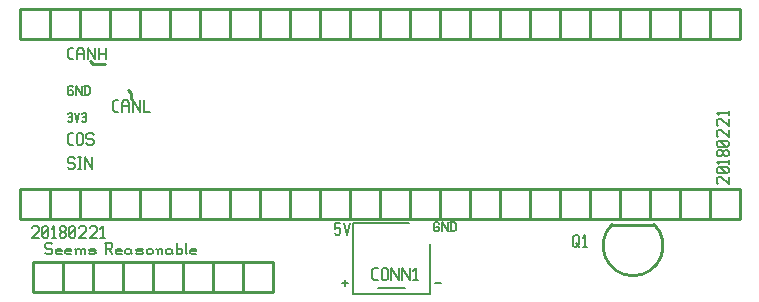
<source format=gbr>
G04 start of page 8 for group -4079 idx -4079 *
G04 Title: simple, topsilk *
G04 Creator: pcb 20140316 *
G04 CreationDate: Wed 21 Feb 2018 06:48:06 PM GMT UTC *
G04 For: brian *
G04 Format: Gerber/RS-274X *
G04 PCB-Dimensions (mil): 6000.00 5000.00 *
G04 PCB-Coordinate-Origin: lower left *
%MOIN*%
%FSLAX25Y25*%
%LNTOPSILK*%
%ADD77C,0.0080*%
%ADD76C,0.0100*%
G54D76*X161500Y395500D02*X157500D01*
X156500Y396500D01*
X170000Y386000D02*Y384000D01*
X169000Y387000D02*X170000Y386000D01*
G54D77*X365970Y355500D02*X365480Y355990D01*
Y357460D02*Y355990D01*
Y357460D02*X365970Y357950D01*
X366950D01*
X369400Y355500D02*X366950Y357950D01*
X369400D02*Y355500D01*
X368910Y359126D02*X369400Y359616D01*
X365970Y359126D02*X368910D01*
X365970D02*X365480Y359616D01*
Y360596D02*Y359616D01*
Y360596D02*X365970Y361086D01*
X368910D01*
X369400Y360596D02*X368910Y361086D01*
X369400Y360596D02*Y359616D01*
X368420Y359126D02*X366460Y361086D01*
X366264Y362262D02*X365480Y363046D01*
X369400D01*
Y363732D02*Y362262D01*
X368910Y364908D02*X369400Y365398D01*
X368126Y364908D02*X368910D01*
X368126D02*X367440Y365594D01*
Y366182D02*Y365594D01*
Y366182D02*X368126Y366868D01*
X368910D01*
X369400Y366378D02*X368910Y366868D01*
X369400Y366378D02*Y365398D01*
X366754Y364908D02*X367440Y365594D01*
X365970Y364908D02*X366754D01*
X365970D02*X365480Y365398D01*
Y366378D02*Y365398D01*
Y366378D02*X365970Y366868D01*
X366754D01*
X367440Y366182D02*X366754Y366868D01*
X368910Y368044D02*X369400Y368534D01*
X365970Y368044D02*X368910D01*
X365970D02*X365480Y368534D01*
Y369514D02*Y368534D01*
Y369514D02*X365970Y370004D01*
X368910D01*
X369400Y369514D02*X368910Y370004D01*
X369400Y369514D02*Y368534D01*
X368420Y368044D02*X366460Y370004D01*
X365970Y371180D02*X365480Y371670D01*
Y373140D02*Y371670D01*
Y373140D02*X365970Y373630D01*
X366950D01*
X369400Y371180D02*X366950Y373630D01*
X369400D02*Y371180D01*
X365970Y374806D02*X365480Y375296D01*
Y376766D02*Y375296D01*
Y376766D02*X365970Y377256D01*
X366950D01*
X369400Y374806D02*X366950Y377256D01*
X369400D02*Y374806D01*
X366264Y378432D02*X365480Y379216D01*
X369400D01*
Y379902D02*Y378432D01*
X238000Y342520D02*X239960D01*
X238000D02*Y340560D01*
X238490Y341050D01*
X239470D01*
X239960Y340560D01*
Y339090D01*
X239470Y338600D02*X239960Y339090D01*
X238490Y338600D02*X239470D01*
X238000Y339090D02*X238490Y338600D01*
X241136Y342520D02*X242116Y338600D01*
X243096Y342520D01*
X272500Y342750D02*X272875Y342375D01*
X271375Y342750D02*X272500D01*
X271000Y342375D02*X271375Y342750D01*
X271000Y342375D02*Y340125D01*
X271375Y339750D01*
X272500D01*
X272875Y340125D01*
Y340875D02*Y340125D01*
X272500Y341250D02*X272875Y340875D01*
X271750Y341250D02*X272500D01*
X273775Y342750D02*Y339750D01*
Y342750D02*X275650Y339750D01*
Y342750D02*Y339750D01*
X276925Y342750D02*Y339750D01*
X277900Y342750D02*X278425Y342225D01*
Y340275D01*
X277900Y339750D02*X278425Y340275D01*
X276550Y339750D02*X277900D01*
X276550Y342750D02*X277900D01*
X240500Y322560D02*X242460D01*
X241480Y323540D02*Y321580D01*
X271500Y322560D02*X273460D01*
X143460Y336020D02*X143950Y335530D01*
X141990Y336020D02*X143460D01*
X141500Y335530D02*X141990Y336020D01*
X141500Y335530D02*Y334550D01*
X141990Y334060D01*
X143460D01*
X143950Y333570D01*
Y332590D01*
X143460Y332100D02*X143950Y332590D01*
X141990Y332100D02*X143460D01*
X141500Y332590D02*X141990Y332100D01*
X145616D02*X147086D01*
X145126Y332590D02*X145616Y332100D01*
X145126Y333570D02*Y332590D01*
Y333570D02*X145616Y334060D01*
X146596D01*
X147086Y333570D01*
X145126Y333080D02*X147086D01*
Y333570D02*Y333080D01*
X148752Y332100D02*X150222D01*
X148262Y332590D02*X148752Y332100D01*
X148262Y333570D02*Y332590D01*
Y333570D02*X148752Y334060D01*
X149732D01*
X150222Y333570D01*
X148262Y333080D02*X150222D01*
Y333570D02*Y333080D01*
X151888Y333570D02*Y332100D01*
Y333570D02*X152378Y334060D01*
X152868D01*
X153358Y333570D01*
Y332100D01*
Y333570D02*X153848Y334060D01*
X154338D01*
X154828Y333570D01*
Y332100D01*
X151398Y334060D02*X151888Y333570D01*
X156494Y332100D02*X157964D01*
X158454Y332590D01*
X157964Y333080D02*X158454Y332590D01*
X156494Y333080D02*X157964D01*
X156004Y333570D02*X156494Y333080D01*
X156004Y333570D02*X156494Y334060D01*
X157964D01*
X158454Y333570D01*
X156004Y332590D02*X156494Y332100D01*
X161394Y336020D02*X163354D01*
X163844Y335530D01*
Y334550D01*
X163354Y334060D02*X163844Y334550D01*
X161884Y334060D02*X163354D01*
X161884Y336020D02*Y332100D01*
X162668Y334060D02*X163844Y332100D01*
X165510D02*X166980D01*
X165020Y332590D02*X165510Y332100D01*
X165020Y333570D02*Y332590D01*
Y333570D02*X165510Y334060D01*
X166490D01*
X166980Y333570D01*
X165020Y333080D02*X166980D01*
Y333570D02*Y333080D01*
X169626Y334060D02*X170116Y333570D01*
X168646Y334060D02*X169626D01*
X168156Y333570D02*X168646Y334060D01*
X168156Y333570D02*Y332590D01*
X168646Y332100D01*
X170116Y334060D02*Y332590D01*
X170606Y332100D01*
X168646D02*X169626D01*
X170116Y332590D01*
X172272Y332100D02*X173742D01*
X174232Y332590D01*
X173742Y333080D02*X174232Y332590D01*
X172272Y333080D02*X173742D01*
X171782Y333570D02*X172272Y333080D01*
X171782Y333570D02*X172272Y334060D01*
X173742D01*
X174232Y333570D01*
X171782Y332590D02*X172272Y332100D01*
X175408Y333570D02*Y332590D01*
Y333570D02*X175898Y334060D01*
X176878D01*
X177368Y333570D01*
Y332590D01*
X176878Y332100D02*X177368Y332590D01*
X175898Y332100D02*X176878D01*
X175408Y332590D02*X175898Y332100D01*
X179034Y333570D02*Y332100D01*
Y333570D02*X179524Y334060D01*
X180014D01*
X180504Y333570D01*
Y332100D01*
X178544Y334060D02*X179034Y333570D01*
X183150Y334060D02*X183640Y333570D01*
X182170Y334060D02*X183150D01*
X181680Y333570D02*X182170Y334060D01*
X181680Y333570D02*Y332590D01*
X182170Y332100D01*
X183640Y334060D02*Y332590D01*
X184130Y332100D01*
X182170D02*X183150D01*
X183640Y332590D01*
X185306Y336020D02*Y332100D01*
Y332590D02*X185796Y332100D01*
X186776D01*
X187266Y332590D01*
Y333570D02*Y332590D01*
X186776Y334060D02*X187266Y333570D01*
X185796Y334060D02*X186776D01*
X185306Y333570D02*X185796Y334060D01*
X188442Y336020D02*Y332590D01*
X188932Y332100D01*
X190402D02*X191872D01*
X189912Y332590D02*X190402Y332100D01*
X189912Y333570D02*Y332590D01*
Y333570D02*X190402Y334060D01*
X191382D01*
X191872Y333570D01*
X189912Y333080D02*X191872D01*
Y333570D02*Y333080D01*
X137000Y341030D02*X137490Y341520D01*
X138960D01*
X139450Y341030D01*
Y340050D01*
X137000Y337600D02*X139450Y340050D01*
X137000Y337600D02*X139450D01*
X140626Y338090D02*X141116Y337600D01*
X140626Y341030D02*Y338090D01*
Y341030D02*X141116Y341520D01*
X142096D01*
X142586Y341030D01*
Y338090D01*
X142096Y337600D02*X142586Y338090D01*
X141116Y337600D02*X142096D01*
X140626Y338580D02*X142586Y340540D01*
X143762Y340736D02*X144546Y341520D01*
Y337600D01*
X143762D02*X145232D01*
X146408Y338090D02*X146898Y337600D01*
X146408Y338874D02*Y338090D01*
Y338874D02*X147094Y339560D01*
X147682D01*
X148368Y338874D01*
Y338090D01*
X147878Y337600D02*X148368Y338090D01*
X146898Y337600D02*X147878D01*
X146408Y340246D02*X147094Y339560D01*
X146408Y341030D02*Y340246D01*
Y341030D02*X146898Y341520D01*
X147878D01*
X148368Y341030D01*
Y340246D01*
X147682Y339560D02*X148368Y340246D01*
X149544Y338090D02*X150034Y337600D01*
X149544Y341030D02*Y338090D01*
Y341030D02*X150034Y341520D01*
X151014D01*
X151504Y341030D01*
Y338090D01*
X151014Y337600D02*X151504Y338090D01*
X150034Y337600D02*X151014D01*
X149544Y338580D02*X151504Y340540D01*
X152680Y341030D02*X153170Y341520D01*
X154640D01*
X155130Y341030D01*
Y340050D01*
X152680Y337600D02*X155130Y340050D01*
X152680Y337600D02*X155130D01*
X156306Y341030D02*X156796Y341520D01*
X158266D01*
X158756Y341030D01*
Y340050D01*
X156306Y337600D02*X158756Y340050D01*
X156306Y337600D02*X158756D01*
X159932Y340736D02*X160716Y341520D01*
Y337600D01*
X159932D02*X161402D01*
X149686Y368600D02*X150960D01*
X149000Y369286D02*X149686Y368600D01*
X149000Y371834D02*Y369286D01*
Y371834D02*X149686Y372520D01*
X150960D01*
X152136Y372030D02*Y369090D01*
Y372030D02*X152626Y372520D01*
X153606D01*
X154096Y372030D01*
Y369090D01*
X153606Y368600D02*X154096Y369090D01*
X152626Y368600D02*X153606D01*
X152136Y369090D02*X152626Y368600D01*
X157232Y372520D02*X157722Y372030D01*
X155762Y372520D02*X157232D01*
X155272Y372030D02*X155762Y372520D01*
X155272Y372030D02*Y371050D01*
X155762Y370560D01*
X157232D01*
X157722Y370070D01*
Y369090D01*
X157232Y368600D02*X157722Y369090D01*
X155762Y368600D02*X157232D01*
X155272Y369090D02*X155762Y368600D01*
X150960Y364520D02*X151450Y364030D01*
X149490Y364520D02*X150960D01*
X149000Y364030D02*X149490Y364520D01*
X149000Y364030D02*Y363050D01*
X149490Y362560D01*
X150960D01*
X151450Y362070D01*
Y361090D01*
X150960Y360600D02*X151450Y361090D01*
X149490Y360600D02*X150960D01*
X149000Y361090D02*X149490Y360600D01*
X152626Y364520D02*X153606D01*
X153116D02*Y360600D01*
X152626D02*X153606D01*
X154782Y364520D02*Y360600D01*
Y364520D02*X157232Y360600D01*
Y364520D02*Y360600D01*
X149000Y378875D02*X149375Y379250D01*
X150125D01*
X150500Y378875D01*
X150125Y376250D02*X150500Y376625D01*
X149375Y376250D02*X150125D01*
X149000Y376625D02*X149375Y376250D01*
Y377900D02*X150125D01*
X150500Y378875D02*Y378275D01*
Y377525D02*Y376625D01*
Y377525D02*X150125Y377900D01*
X150500Y378275D02*X150125Y377900D01*
X151400Y379250D02*X152150Y376250D01*
X152900Y379250D01*
X153800Y378875D02*X154175Y379250D01*
X154925D01*
X155300Y378875D01*
X154925Y376250D02*X155300Y376625D01*
X154175Y376250D02*X154925D01*
X153800Y376625D02*X154175Y376250D01*
Y377900D02*X154925D01*
X155300Y378875D02*Y378275D01*
Y377525D02*Y376625D01*
Y377525D02*X154925Y377900D01*
X155300Y378275D02*X154925Y377900D01*
X164686Y379600D02*X165960D01*
X164000Y380286D02*X164686Y379600D01*
X164000Y382834D02*Y380286D01*
Y382834D02*X164686Y383520D01*
X165960D01*
X167136Y382540D02*Y379600D01*
Y382540D02*X167822Y383520D01*
X168900D01*
X169586Y382540D01*
Y379600D01*
X167136Y381560D02*X169586D01*
X170762Y383520D02*Y379600D01*
Y383520D02*X173212Y379600D01*
Y383520D02*Y379600D01*
X174388Y383520D02*Y379600D01*
X176348D01*
X150500Y388250D02*X150875Y387875D01*
X149375Y388250D02*X150500D01*
X149000Y387875D02*X149375Y388250D01*
X149000Y387875D02*Y385625D01*
X149375Y385250D01*
X150500D01*
X150875Y385625D01*
Y386375D02*Y385625D01*
X150500Y386750D02*X150875Y386375D01*
X149750Y386750D02*X150500D01*
X151775Y388250D02*Y385250D01*
Y388250D02*X153650Y385250D01*
Y388250D02*Y385250D01*
X154925Y388250D02*Y385250D01*
X155900Y388250D02*X156425Y387725D01*
Y385775D01*
X155900Y385250D02*X156425Y385775D01*
X154550Y385250D02*X155900D01*
X154550Y388250D02*X155900D01*
X149686Y397100D02*X150960D01*
X149000Y397786D02*X149686Y397100D01*
X149000Y400334D02*Y397786D01*
Y400334D02*X149686Y401020D01*
X150960D01*
X152136Y400040D02*Y397100D01*
Y400040D02*X152822Y401020D01*
X153900D01*
X154586Y400040D01*
Y397100D01*
X152136Y399060D02*X154586D01*
X155762Y401020D02*Y397100D01*
Y401020D02*X158212Y397100D01*
Y401020D02*Y397100D01*
X159388Y401020D02*Y397100D01*
X161838Y401020D02*Y397100D01*
X159388Y399060D02*X161838D01*
G54D76*X137500Y329500D02*Y319500D01*
X217500D01*
Y329500D01*
X207500Y319500D02*Y329500D01*
X197500Y319500D02*Y329500D01*
X187500Y319500D02*Y329500D01*
X177500Y319500D02*Y329500D01*
X167500Y319500D02*Y329500D01*
X157500Y319500D02*Y329500D01*
X217500D02*X137500D01*
Y319500D02*X147500D01*
Y329500D01*
X133000Y404000D02*X373000D01*
Y414000D02*X133000D01*
Y404000D02*Y414000D01*
X143000Y404000D02*Y414000D01*
X153000Y404000D02*Y414000D01*
X163000Y404000D02*Y414000D01*
X173000Y404000D02*Y414000D01*
X183000Y404000D02*Y414000D01*
X193000Y404000D02*Y414000D01*
X203000Y404000D02*Y414000D01*
X213000Y404000D02*Y414000D01*
X223000Y404000D02*Y414000D01*
X233000Y404000D02*Y414000D01*
X243000Y404000D02*Y414000D01*
X253000Y404000D02*Y414000D01*
X263000Y404000D02*Y414000D01*
X273000Y404000D02*Y414000D01*
X283000Y404000D02*Y414000D01*
X293000Y404000D02*Y414000D01*
X303000Y404000D02*Y414000D01*
X313000Y404000D02*Y414000D01*
X323000Y404000D02*Y414000D01*
X333000Y404000D02*Y414000D01*
X343000Y404000D02*Y414000D01*
X353000Y404000D02*Y414000D01*
X363000Y404000D02*Y414000D01*
X373000Y404000D02*Y414000D01*
X133000Y344000D02*X373000D01*
Y354000D02*X133000D01*
Y344000D02*Y354000D01*
X143000Y344000D02*Y354000D01*
X153000Y344000D02*Y354000D01*
X163000Y344000D02*Y354000D01*
X173000Y344000D02*Y354000D01*
X183000Y344000D02*Y354000D01*
X193000Y344000D02*Y354000D01*
X203000Y344000D02*Y354000D01*
X213000Y344000D02*Y354000D01*
X223000Y344000D02*Y354000D01*
X233000Y344000D02*Y354000D01*
X243000Y344000D02*Y354000D01*
X253000Y344000D02*Y354000D01*
X263000Y344000D02*Y354000D01*
X273000Y344000D02*Y354000D01*
X283000Y344000D02*Y354000D01*
X293000Y344000D02*Y354000D01*
X303000Y344000D02*Y354000D01*
X313000Y344000D02*Y354000D01*
X323000Y344000D02*Y354000D01*
X333000Y344000D02*Y354000D01*
X343000Y344000D02*Y354000D01*
X353000Y344000D02*Y354000D01*
X363000Y344000D02*Y354000D01*
X373000Y344000D02*Y354000D01*
G54D77*X244189Y342578D02*X262811D01*
X269811Y335578D02*Y319043D01*
X244189Y342578D02*Y319043D01*
X269811D01*
X252378Y321043D02*X261622D01*
G54D76*X330500Y342000D02*X344500D01*
X330429Y342071D02*G75*G03X344571Y342071I7071J-7071D01*G01*
G54D77*X317500Y338000D02*Y335000D01*
Y338000D02*X318000Y338500D01*
X319000D01*
X319500Y338000D01*
Y335500D01*
X318500Y334500D02*X319500Y335500D01*
X318000Y334500D02*X318500D01*
X317500Y335000D02*X318000Y334500D01*
X318500Y336000D02*X319500Y334500D01*
X320700Y337700D02*X321500Y338500D01*
Y334500D01*
X320700D02*X322200D01*
X251200Y323500D02*X252500D01*
X250500Y324200D02*X251200Y323500D01*
X250500Y326800D02*Y324200D01*
Y326800D02*X251200Y327500D01*
X252500D01*
X253700Y327000D02*Y324000D01*
Y327000D02*X254200Y327500D01*
X255200D01*
X255700Y327000D01*
Y324000D01*
X255200Y323500D02*X255700Y324000D01*
X254200Y323500D02*X255200D01*
X253700Y324000D02*X254200Y323500D01*
X256900Y327500D02*Y323500D01*
Y327500D02*X259400Y323500D01*
Y327500D02*Y323500D01*
X260600Y327500D02*Y323500D01*
Y327500D02*X263100Y323500D01*
Y327500D02*Y323500D01*
X264300Y326700D02*X265100Y327500D01*
Y323500D01*
X264300D02*X265800D01*
M02*

</source>
